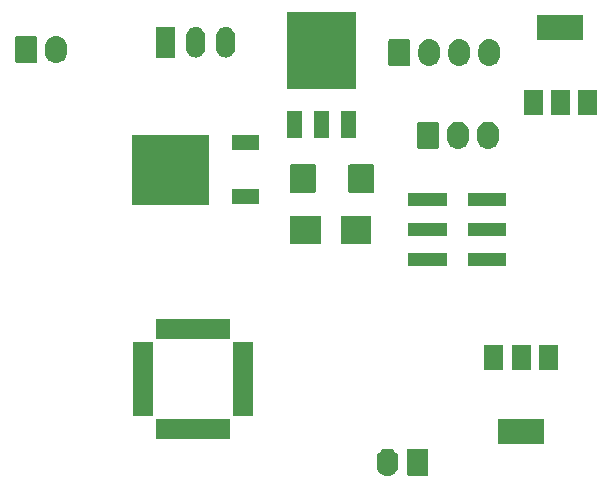
<source format=gbr>
G04 #@! TF.GenerationSoftware,KiCad,Pcbnew,(5.1.5)-3*
G04 #@! TF.CreationDate,2020-07-17T17:22:00-07:00*
G04 #@! TF.ProjectId,4-mill-vent,342d6d69-6c6c-42d7-9665-6e742e6b6963,rev?*
G04 #@! TF.SameCoordinates,Original*
G04 #@! TF.FileFunction,Soldermask,Bot*
G04 #@! TF.FilePolarity,Negative*
%FSLAX46Y46*%
G04 Gerber Fmt 4.6, Leading zero omitted, Abs format (unit mm)*
G04 Created by KiCad (PCBNEW (5.1.5)-3) date 2020-07-17 17:22:00*
%MOMM*%
%LPD*%
G04 APERTURE LIST*
%ADD10C,0.100000*%
G04 APERTURE END LIST*
D10*
G36*
X138229548Y-106563326D02*
G01*
X138403157Y-106615990D01*
X138563156Y-106701511D01*
X138577612Y-106713375D01*
X138703397Y-106816603D01*
X138782729Y-106913271D01*
X138818489Y-106956844D01*
X138904010Y-107116843D01*
X138956674Y-107290452D01*
X138970000Y-107425757D01*
X138970000Y-107966244D01*
X138956674Y-108101548D01*
X138904010Y-108275157D01*
X138818489Y-108435156D01*
X138782729Y-108478729D01*
X138703397Y-108575397D01*
X138563155Y-108690489D01*
X138403156Y-108776010D01*
X138229547Y-108828674D01*
X138049000Y-108846456D01*
X137868452Y-108828674D01*
X137694843Y-108776010D01*
X137534844Y-108690489D01*
X137491271Y-108654729D01*
X137394603Y-108575397D01*
X137279511Y-108435155D01*
X137193991Y-108275158D01*
X137193990Y-108275156D01*
X137141326Y-108101547D01*
X137128000Y-107966243D01*
X137128000Y-107425756D01*
X137141326Y-107290452D01*
X137193990Y-107116843D01*
X137279512Y-106956844D01*
X137289832Y-106944269D01*
X137394604Y-106816603D01*
X137520389Y-106713375D01*
X137534845Y-106701511D01*
X137694844Y-106615990D01*
X137868453Y-106563326D01*
X138049000Y-106545544D01*
X138229548Y-106563326D01*
G37*
G36*
X141368561Y-106553966D02*
G01*
X141401383Y-106563923D01*
X141431632Y-106580092D01*
X141458148Y-106601852D01*
X141479908Y-106628368D01*
X141496077Y-106658617D01*
X141506034Y-106691439D01*
X141510000Y-106731713D01*
X141510000Y-108660287D01*
X141506034Y-108700561D01*
X141496077Y-108733383D01*
X141479908Y-108763632D01*
X141458148Y-108790148D01*
X141431632Y-108811908D01*
X141401383Y-108828077D01*
X141368561Y-108838034D01*
X141328287Y-108842000D01*
X139849713Y-108842000D01*
X139809439Y-108838034D01*
X139776617Y-108828077D01*
X139746368Y-108811908D01*
X139719852Y-108790148D01*
X139698092Y-108763632D01*
X139681923Y-108733383D01*
X139671966Y-108700561D01*
X139668000Y-108660287D01*
X139668000Y-106731713D01*
X139671966Y-106691439D01*
X139681923Y-106658617D01*
X139698092Y-106628368D01*
X139719852Y-106601852D01*
X139746368Y-106580092D01*
X139776617Y-106563923D01*
X139809439Y-106553966D01*
X139849713Y-106550000D01*
X141328287Y-106550000D01*
X141368561Y-106553966D01*
G37*
G36*
X151303000Y-106182000D02*
G01*
X147401000Y-106182000D01*
X147401000Y-104080000D01*
X151303000Y-104080000D01*
X151303000Y-106182000D01*
G37*
G36*
X124724300Y-105770300D02*
G01*
X118472300Y-105770300D01*
X118472300Y-104068300D01*
X124724300Y-104068300D01*
X124724300Y-105770300D01*
G37*
G36*
X118199300Y-103795300D02*
G01*
X116497300Y-103795300D01*
X116497300Y-97543300D01*
X118199300Y-97543300D01*
X118199300Y-103795300D01*
G37*
G36*
X126699300Y-103795300D02*
G01*
X124997300Y-103795300D01*
X124997300Y-97543300D01*
X126699300Y-97543300D01*
X126699300Y-103795300D01*
G37*
G36*
X152453000Y-99882000D02*
G01*
X150851000Y-99882000D01*
X150851000Y-97780000D01*
X152453000Y-97780000D01*
X152453000Y-99882000D01*
G37*
G36*
X150153000Y-99882000D02*
G01*
X148551000Y-99882000D01*
X148551000Y-97780000D01*
X150153000Y-97780000D01*
X150153000Y-99882000D01*
G37*
G36*
X147853000Y-99882000D02*
G01*
X146251000Y-99882000D01*
X146251000Y-97780000D01*
X147853000Y-97780000D01*
X147853000Y-99882000D01*
G37*
G36*
X124724300Y-97270300D02*
G01*
X118472300Y-97270300D01*
X118472300Y-95568300D01*
X124724300Y-95568300D01*
X124724300Y-97270300D01*
G37*
G36*
X148093000Y-91062000D02*
G01*
X144841000Y-91062000D01*
X144841000Y-89960000D01*
X148093000Y-89960000D01*
X148093000Y-91062000D01*
G37*
G36*
X143043000Y-91062000D02*
G01*
X139791000Y-91062000D01*
X139791000Y-89960000D01*
X143043000Y-89960000D01*
X143043000Y-91062000D01*
G37*
G36*
X132374000Y-89212000D02*
G01*
X129772000Y-89212000D01*
X129772000Y-86810000D01*
X132374000Y-86810000D01*
X132374000Y-89212000D01*
G37*
G36*
X136674000Y-89212000D02*
G01*
X134072000Y-89212000D01*
X134072000Y-86810000D01*
X136674000Y-86810000D01*
X136674000Y-89212000D01*
G37*
G36*
X143043000Y-88522000D02*
G01*
X139791000Y-88522000D01*
X139791000Y-87420000D01*
X143043000Y-87420000D01*
X143043000Y-88522000D01*
G37*
G36*
X148093000Y-88522000D02*
G01*
X144841000Y-88522000D01*
X144841000Y-87420000D01*
X148093000Y-87420000D01*
X148093000Y-88522000D01*
G37*
G36*
X148093000Y-85982000D02*
G01*
X144841000Y-85982000D01*
X144841000Y-84880000D01*
X148093000Y-84880000D01*
X148093000Y-85982000D01*
G37*
G36*
X143043000Y-85982000D02*
G01*
X139791000Y-85982000D01*
X139791000Y-84880000D01*
X143043000Y-84880000D01*
X143043000Y-85982000D01*
G37*
G36*
X122944000Y-85882000D02*
G01*
X116442000Y-85882000D01*
X116442000Y-79980000D01*
X122944000Y-79980000D01*
X122944000Y-85882000D01*
G37*
G36*
X127144000Y-85862000D02*
G01*
X124842000Y-85862000D01*
X124842000Y-84560000D01*
X127144000Y-84560000D01*
X127144000Y-85862000D01*
G37*
G36*
X136766132Y-82470810D02*
G01*
X136797423Y-82480302D01*
X136826263Y-82495717D01*
X136851539Y-82516461D01*
X136872283Y-82541737D01*
X136887698Y-82570577D01*
X136897190Y-82601868D01*
X136901000Y-82640551D01*
X136901000Y-84745449D01*
X136897190Y-84784132D01*
X136887698Y-84815423D01*
X136872283Y-84844263D01*
X136851539Y-84869539D01*
X136826263Y-84890283D01*
X136797423Y-84905698D01*
X136766132Y-84915190D01*
X136727449Y-84919000D01*
X134897551Y-84919000D01*
X134858868Y-84915190D01*
X134827577Y-84905698D01*
X134798737Y-84890283D01*
X134773461Y-84869539D01*
X134752717Y-84844263D01*
X134737302Y-84815423D01*
X134727810Y-84784132D01*
X134724000Y-84745449D01*
X134724000Y-82640551D01*
X134727810Y-82601868D01*
X134737302Y-82570577D01*
X134752717Y-82541737D01*
X134773461Y-82516461D01*
X134798737Y-82495717D01*
X134827577Y-82480302D01*
X134858868Y-82470810D01*
X134897551Y-82467000D01*
X136727449Y-82467000D01*
X136766132Y-82470810D01*
G37*
G36*
X131841132Y-82470810D02*
G01*
X131872423Y-82480302D01*
X131901263Y-82495717D01*
X131926539Y-82516461D01*
X131947283Y-82541737D01*
X131962698Y-82570577D01*
X131972190Y-82601868D01*
X131976000Y-82640551D01*
X131976000Y-84745449D01*
X131972190Y-84784132D01*
X131962698Y-84815423D01*
X131947283Y-84844263D01*
X131926539Y-84869539D01*
X131901263Y-84890283D01*
X131872423Y-84905698D01*
X131841132Y-84915190D01*
X131802449Y-84919000D01*
X129972551Y-84919000D01*
X129933868Y-84915190D01*
X129902577Y-84905698D01*
X129873737Y-84890283D01*
X129848461Y-84869539D01*
X129827717Y-84844263D01*
X129812302Y-84815423D01*
X129802810Y-84784132D01*
X129799000Y-84745449D01*
X129799000Y-82640551D01*
X129802810Y-82601868D01*
X129812302Y-82570577D01*
X129827717Y-82541737D01*
X129848461Y-82516461D01*
X129873737Y-82495717D01*
X129902577Y-82480302D01*
X129933868Y-82470810D01*
X129972551Y-82467000D01*
X131802449Y-82467000D01*
X131841132Y-82470810D01*
G37*
G36*
X127144000Y-81302000D02*
G01*
X124842000Y-81302000D01*
X124842000Y-80000000D01*
X127144000Y-80000000D01*
X127144000Y-81302000D01*
G37*
G36*
X146738547Y-78877326D02*
G01*
X146912156Y-78929990D01*
X146912158Y-78929991D01*
X147072155Y-79015511D01*
X147212397Y-79130603D01*
X147291729Y-79227271D01*
X147327489Y-79270844D01*
X147413010Y-79430843D01*
X147465674Y-79604452D01*
X147465674Y-79604454D01*
X147479000Y-79739755D01*
X147479000Y-80280244D01*
X147475669Y-80314069D01*
X147465674Y-80415548D01*
X147413010Y-80589157D01*
X147327489Y-80749156D01*
X147291729Y-80792729D01*
X147212397Y-80889397D01*
X147115729Y-80968729D01*
X147072156Y-81004489D01*
X146912157Y-81090010D01*
X146738548Y-81142674D01*
X146558000Y-81160456D01*
X146377453Y-81142674D01*
X146203844Y-81090010D01*
X146043845Y-81004489D01*
X146000272Y-80968729D01*
X145903604Y-80889397D01*
X145788513Y-80749157D01*
X145788512Y-80749155D01*
X145702990Y-80589157D01*
X145650326Y-80415548D01*
X145637000Y-80280244D01*
X145637000Y-79739757D01*
X145650326Y-79604453D01*
X145702990Y-79430844D01*
X145788511Y-79270845D01*
X145788512Y-79270844D01*
X145903603Y-79130603D01*
X146029388Y-79027375D01*
X146043844Y-79015511D01*
X146203843Y-78929990D01*
X146377452Y-78877326D01*
X146558000Y-78859544D01*
X146738547Y-78877326D01*
G37*
G36*
X144198547Y-78877326D02*
G01*
X144372156Y-78929990D01*
X144372158Y-78929991D01*
X144532155Y-79015511D01*
X144672397Y-79130603D01*
X144751729Y-79227271D01*
X144787489Y-79270844D01*
X144873010Y-79430843D01*
X144925674Y-79604452D01*
X144925674Y-79604454D01*
X144939000Y-79739755D01*
X144939000Y-80280244D01*
X144935669Y-80314069D01*
X144925674Y-80415548D01*
X144873010Y-80589157D01*
X144787489Y-80749156D01*
X144751729Y-80792729D01*
X144672397Y-80889397D01*
X144575729Y-80968729D01*
X144532156Y-81004489D01*
X144372157Y-81090010D01*
X144198548Y-81142674D01*
X144018000Y-81160456D01*
X143837453Y-81142674D01*
X143663844Y-81090010D01*
X143503845Y-81004489D01*
X143460272Y-80968729D01*
X143363604Y-80889397D01*
X143248513Y-80749157D01*
X143248512Y-80749155D01*
X143162990Y-80589157D01*
X143110326Y-80415548D01*
X143097000Y-80280244D01*
X143097000Y-79739757D01*
X143110326Y-79604453D01*
X143162990Y-79430844D01*
X143248511Y-79270845D01*
X143248512Y-79270844D01*
X143363603Y-79130603D01*
X143489388Y-79027375D01*
X143503844Y-79015511D01*
X143663843Y-78929990D01*
X143837452Y-78877326D01*
X144018000Y-78859544D01*
X144198547Y-78877326D01*
G37*
G36*
X142257561Y-78867966D02*
G01*
X142290383Y-78877923D01*
X142320632Y-78894092D01*
X142347148Y-78915852D01*
X142368908Y-78942368D01*
X142385077Y-78972617D01*
X142395034Y-79005439D01*
X142399000Y-79045713D01*
X142399000Y-80974287D01*
X142395034Y-81014561D01*
X142385077Y-81047383D01*
X142368908Y-81077632D01*
X142347148Y-81104148D01*
X142320632Y-81125908D01*
X142290383Y-81142077D01*
X142257561Y-81152034D01*
X142217287Y-81156000D01*
X140738713Y-81156000D01*
X140698439Y-81152034D01*
X140665617Y-81142077D01*
X140635368Y-81125908D01*
X140608852Y-81104148D01*
X140587092Y-81077632D01*
X140570923Y-81047383D01*
X140560966Y-81014561D01*
X140557000Y-80974287D01*
X140557000Y-79045713D01*
X140560966Y-79005439D01*
X140570923Y-78972617D01*
X140587092Y-78942368D01*
X140608852Y-78915852D01*
X140635368Y-78894092D01*
X140665617Y-78877923D01*
X140698439Y-78867966D01*
X140738713Y-78864000D01*
X142217287Y-78864000D01*
X142257561Y-78867966D01*
G37*
G36*
X130832000Y-80281000D02*
G01*
X129530000Y-80281000D01*
X129530000Y-77979000D01*
X130832000Y-77979000D01*
X130832000Y-80281000D01*
G37*
G36*
X133112000Y-80281000D02*
G01*
X131810000Y-80281000D01*
X131810000Y-77979000D01*
X133112000Y-77979000D01*
X133112000Y-80281000D01*
G37*
G36*
X135392000Y-80281000D02*
G01*
X134090000Y-80281000D01*
X134090000Y-77979000D01*
X135392000Y-77979000D01*
X135392000Y-80281000D01*
G37*
G36*
X153483000Y-78262000D02*
G01*
X151881000Y-78262000D01*
X151881000Y-76160000D01*
X153483000Y-76160000D01*
X153483000Y-78262000D01*
G37*
G36*
X151183000Y-78262000D02*
G01*
X149581000Y-78262000D01*
X149581000Y-76160000D01*
X151183000Y-76160000D01*
X151183000Y-78262000D01*
G37*
G36*
X155783000Y-78262000D02*
G01*
X154181000Y-78262000D01*
X154181000Y-76160000D01*
X155783000Y-76160000D01*
X155783000Y-78262000D01*
G37*
G36*
X135412000Y-76081000D02*
G01*
X129510000Y-76081000D01*
X129510000Y-69579000D01*
X135412000Y-69579000D01*
X135412000Y-76081000D01*
G37*
G36*
X141763347Y-71873826D02*
G01*
X141936956Y-71926490D01*
X141936958Y-71926491D01*
X142096955Y-72012011D01*
X142237197Y-72127103D01*
X142316529Y-72223771D01*
X142352289Y-72267344D01*
X142437810Y-72427343D01*
X142490474Y-72600952D01*
X142503800Y-72736256D01*
X142503800Y-73276743D01*
X142490474Y-73412048D01*
X142437810Y-73585657D01*
X142352289Y-73745656D01*
X142336012Y-73765489D01*
X142237197Y-73885897D01*
X142140529Y-73965229D01*
X142096956Y-74000989D01*
X141936957Y-74086510D01*
X141763348Y-74139174D01*
X141582800Y-74156956D01*
X141402253Y-74139174D01*
X141228644Y-74086510D01*
X141068645Y-74000989D01*
X141025072Y-73965229D01*
X140928404Y-73885897D01*
X140813313Y-73745657D01*
X140813312Y-73745655D01*
X140727790Y-73585657D01*
X140675126Y-73412048D01*
X140661800Y-73276744D01*
X140661800Y-72736257D01*
X140675126Y-72600953D01*
X140727790Y-72427344D01*
X140813311Y-72267345D01*
X140813312Y-72267344D01*
X140928403Y-72127103D01*
X141031843Y-72042213D01*
X141068644Y-72012011D01*
X141228643Y-71926490D01*
X141402252Y-71873826D01*
X141582800Y-71856044D01*
X141763347Y-71873826D01*
G37*
G36*
X144303347Y-71873826D02*
G01*
X144476956Y-71926490D01*
X144476958Y-71926491D01*
X144636955Y-72012011D01*
X144777197Y-72127103D01*
X144856529Y-72223771D01*
X144892289Y-72267344D01*
X144977810Y-72427343D01*
X145030474Y-72600952D01*
X145043800Y-72736256D01*
X145043800Y-73276743D01*
X145030474Y-73412048D01*
X144977810Y-73585657D01*
X144892289Y-73745656D01*
X144876012Y-73765489D01*
X144777197Y-73885897D01*
X144680529Y-73965229D01*
X144636956Y-74000989D01*
X144476957Y-74086510D01*
X144303348Y-74139174D01*
X144122800Y-74156956D01*
X143942253Y-74139174D01*
X143768644Y-74086510D01*
X143608645Y-74000989D01*
X143565072Y-73965229D01*
X143468404Y-73885897D01*
X143353313Y-73745657D01*
X143353312Y-73745655D01*
X143267790Y-73585657D01*
X143215126Y-73412048D01*
X143201800Y-73276744D01*
X143201800Y-72736257D01*
X143215126Y-72600953D01*
X143267790Y-72427344D01*
X143353311Y-72267345D01*
X143353312Y-72267344D01*
X143468403Y-72127103D01*
X143571843Y-72042213D01*
X143608644Y-72012011D01*
X143768643Y-71926490D01*
X143942252Y-71873826D01*
X144122800Y-71856044D01*
X144303347Y-71873826D01*
G37*
G36*
X146843347Y-71873826D02*
G01*
X147016956Y-71926490D01*
X147016958Y-71926491D01*
X147176955Y-72012011D01*
X147317197Y-72127103D01*
X147396529Y-72223771D01*
X147432289Y-72267344D01*
X147517810Y-72427343D01*
X147570474Y-72600952D01*
X147583800Y-72736256D01*
X147583800Y-73276743D01*
X147570474Y-73412048D01*
X147517810Y-73585657D01*
X147432289Y-73745656D01*
X147416012Y-73765489D01*
X147317197Y-73885897D01*
X147220529Y-73965229D01*
X147176956Y-74000989D01*
X147016957Y-74086510D01*
X146843348Y-74139174D01*
X146662800Y-74156956D01*
X146482253Y-74139174D01*
X146308644Y-74086510D01*
X146148645Y-74000989D01*
X146105072Y-73965229D01*
X146008404Y-73885897D01*
X145893313Y-73745657D01*
X145893312Y-73745655D01*
X145807790Y-73585657D01*
X145755126Y-73412048D01*
X145741800Y-73276744D01*
X145741800Y-72736257D01*
X145755126Y-72600953D01*
X145807790Y-72427344D01*
X145893311Y-72267345D01*
X145893312Y-72267344D01*
X146008403Y-72127103D01*
X146111843Y-72042213D01*
X146148644Y-72012011D01*
X146308643Y-71926490D01*
X146482252Y-71873826D01*
X146662800Y-71856044D01*
X146843347Y-71873826D01*
G37*
G36*
X139822361Y-71864466D02*
G01*
X139855183Y-71874423D01*
X139885432Y-71890592D01*
X139911948Y-71912352D01*
X139933708Y-71938868D01*
X139949877Y-71969117D01*
X139959834Y-72001939D01*
X139963800Y-72042213D01*
X139963800Y-73970787D01*
X139959834Y-74011061D01*
X139949877Y-74043883D01*
X139933708Y-74074132D01*
X139911948Y-74100648D01*
X139885432Y-74122408D01*
X139855183Y-74138577D01*
X139822361Y-74148534D01*
X139782087Y-74152500D01*
X138303513Y-74152500D01*
X138263239Y-74148534D01*
X138230417Y-74138577D01*
X138200168Y-74122408D01*
X138173652Y-74100648D01*
X138151892Y-74074132D01*
X138135723Y-74043883D01*
X138125766Y-74011061D01*
X138121800Y-73970787D01*
X138121800Y-72042213D01*
X138125766Y-72001939D01*
X138135723Y-71969117D01*
X138151892Y-71938868D01*
X138173652Y-71912352D01*
X138200168Y-71890592D01*
X138230417Y-71874423D01*
X138263239Y-71864466D01*
X138303513Y-71860500D01*
X139782087Y-71860500D01*
X139822361Y-71864466D01*
G37*
G36*
X110162547Y-71638326D02*
G01*
X110336156Y-71690990D01*
X110336158Y-71690991D01*
X110496155Y-71776511D01*
X110636397Y-71891603D01*
X110715729Y-71988271D01*
X110751489Y-72031844D01*
X110837010Y-72191843D01*
X110889674Y-72365452D01*
X110903000Y-72500756D01*
X110903000Y-73041243D01*
X110889674Y-73176548D01*
X110837010Y-73350157D01*
X110751489Y-73510156D01*
X110715729Y-73553729D01*
X110636397Y-73650397D01*
X110539729Y-73729729D01*
X110496156Y-73765489D01*
X110336157Y-73851010D01*
X110162548Y-73903674D01*
X109982000Y-73921456D01*
X109801453Y-73903674D01*
X109627844Y-73851010D01*
X109467845Y-73765489D01*
X109424272Y-73729729D01*
X109327604Y-73650397D01*
X109212513Y-73510157D01*
X109212512Y-73510155D01*
X109126990Y-73350157D01*
X109074326Y-73176548D01*
X109061000Y-73041244D01*
X109061000Y-72500757D01*
X109074326Y-72365453D01*
X109126990Y-72191844D01*
X109212511Y-72031845D01*
X109237054Y-72001939D01*
X109327603Y-71891603D01*
X109453388Y-71788375D01*
X109467844Y-71776511D01*
X109627843Y-71690990D01*
X109801452Y-71638326D01*
X109982000Y-71620544D01*
X110162547Y-71638326D01*
G37*
G36*
X108221561Y-71628966D02*
G01*
X108254383Y-71638923D01*
X108284632Y-71655092D01*
X108311148Y-71676852D01*
X108332908Y-71703368D01*
X108349077Y-71733617D01*
X108359034Y-71766439D01*
X108363000Y-71806713D01*
X108363000Y-73735287D01*
X108359034Y-73775561D01*
X108349077Y-73808383D01*
X108332908Y-73838632D01*
X108311148Y-73865148D01*
X108284632Y-73886908D01*
X108254383Y-73903077D01*
X108221561Y-73913034D01*
X108181287Y-73917000D01*
X106702713Y-73917000D01*
X106662439Y-73913034D01*
X106629617Y-73903077D01*
X106599368Y-73886908D01*
X106572852Y-73865148D01*
X106551092Y-73838632D01*
X106534923Y-73808383D01*
X106524966Y-73775561D01*
X106521000Y-73735287D01*
X106521000Y-71806713D01*
X106524966Y-71766439D01*
X106534923Y-71733617D01*
X106551092Y-71703368D01*
X106572852Y-71676852D01*
X106599368Y-71655092D01*
X106629617Y-71638923D01*
X106662439Y-71628966D01*
X106702713Y-71625000D01*
X108181287Y-71625000D01*
X108221561Y-71628966D01*
G37*
G36*
X124490022Y-70846590D02*
G01*
X124590681Y-70877125D01*
X124641012Y-70892392D01*
X124780164Y-70966771D01*
X124902133Y-71066867D01*
X125002229Y-71188835D01*
X125076608Y-71327987D01*
X125091875Y-71378318D01*
X125122410Y-71478977D01*
X125134000Y-71596655D01*
X125134000Y-72675345D01*
X125122410Y-72793023D01*
X125091875Y-72893682D01*
X125076608Y-72944013D01*
X125002229Y-73083165D01*
X124902133Y-73205133D01*
X124780165Y-73305229D01*
X124641013Y-73379608D01*
X124590682Y-73394875D01*
X124490023Y-73425410D01*
X124333000Y-73440875D01*
X124175978Y-73425410D01*
X124075319Y-73394875D01*
X124024988Y-73379608D01*
X123885836Y-73305229D01*
X123763868Y-73205133D01*
X123663772Y-73083165D01*
X123589393Y-72944013D01*
X123574126Y-72893682D01*
X123543591Y-72793023D01*
X123532001Y-72675345D01*
X123532000Y-71596656D01*
X123543590Y-71478978D01*
X123589392Y-71327989D01*
X123589392Y-71327988D01*
X123663771Y-71188836D01*
X123663772Y-71188835D01*
X123763867Y-71066867D01*
X123885835Y-70966771D01*
X124024987Y-70892392D01*
X124075318Y-70877125D01*
X124175977Y-70846590D01*
X124333000Y-70831125D01*
X124490022Y-70846590D01*
G37*
G36*
X121950022Y-70846590D02*
G01*
X122050681Y-70877125D01*
X122101012Y-70892392D01*
X122240164Y-70966771D01*
X122362133Y-71066867D01*
X122462229Y-71188835D01*
X122536608Y-71327987D01*
X122551875Y-71378318D01*
X122582410Y-71478977D01*
X122594000Y-71596655D01*
X122594000Y-72675345D01*
X122582410Y-72793023D01*
X122551875Y-72893682D01*
X122536608Y-72944013D01*
X122462229Y-73083165D01*
X122362133Y-73205133D01*
X122240165Y-73305229D01*
X122101013Y-73379608D01*
X122050682Y-73394875D01*
X121950023Y-73425410D01*
X121793000Y-73440875D01*
X121635978Y-73425410D01*
X121535319Y-73394875D01*
X121484988Y-73379608D01*
X121345836Y-73305229D01*
X121223868Y-73205133D01*
X121123772Y-73083165D01*
X121049393Y-72944013D01*
X121034126Y-72893682D01*
X121003591Y-72793023D01*
X120992001Y-72675345D01*
X120992000Y-71596656D01*
X121003590Y-71478978D01*
X121049392Y-71327989D01*
X121049392Y-71327988D01*
X121123771Y-71188836D01*
X121123772Y-71188835D01*
X121223867Y-71066867D01*
X121345835Y-70966771D01*
X121484987Y-70892392D01*
X121535318Y-70877125D01*
X121635977Y-70846590D01*
X121793000Y-70831125D01*
X121950022Y-70846590D01*
G37*
G36*
X120054000Y-73437000D02*
G01*
X118452000Y-73437000D01*
X118452000Y-70835000D01*
X120054000Y-70835000D01*
X120054000Y-73437000D01*
G37*
G36*
X154633000Y-71962000D02*
G01*
X150731000Y-71962000D01*
X150731000Y-69860000D01*
X154633000Y-69860000D01*
X154633000Y-71962000D01*
G37*
M02*

</source>
